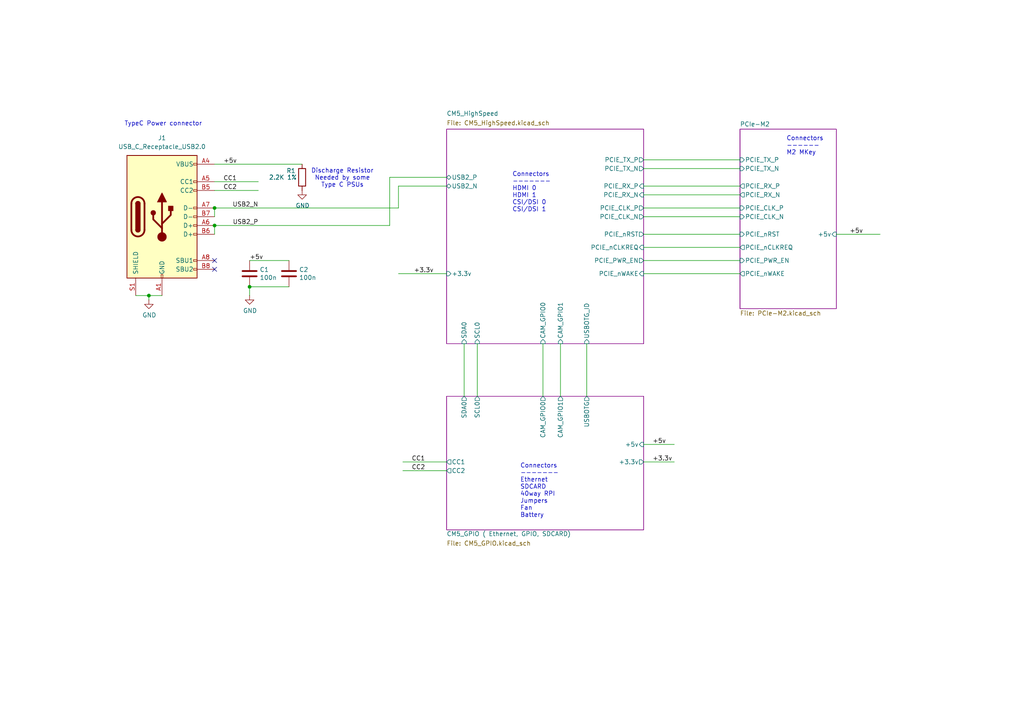
<source format=kicad_sch>
(kicad_sch (version 20231120) (generator "eeschema") (generator_version "8.0")
  (paper "A4")
  (title_block (title "Blade Carrier Board") (date "2024-12-17") (rev "0.2") (company "RapidAnalysis") (comment 1 "Author: Asad Imran"))
  (lib_symbols
    (symbol "Connector:USB_C_Receptacle_USB2.0_16P" (pin_names (offset 1.016))
      (property "Reference" "J" (at 0 22.225 0))
      (property "Value" "USB_C_Receptacle_USB2.0_16P" (at 0 19.685 0))
      (symbol "USB_C_Receptacle_USB2.0_16P_0_0"
        (rectangle (start -0.254 -17.78) (end 0.254 -16.764))
        (rectangle (start 10.16 -14.986) (end 9.144 -15.494))
        (rectangle (start 10.16 -12.446) (end 9.144 -12.954))
        (rectangle (start 10.16 -4.826) (end 9.144 -5.334))
        (rectangle (start 10.16 -2.286) (end 9.144 -2.794))
        (rectangle (start 10.16 0.254) (end 9.144 -0.254))
        (rectangle (start 10.16 2.794) (end 9.144 2.286))
        (rectangle (start 10.16 7.874) (end 9.144 7.366))
        (rectangle (start 10.16 10.414) (end 9.144 9.906))
        (rectangle (start 10.16 15.494) (end 9.144 14.986))
      )
      (symbol "USB_C_Receptacle_USB2.0_16P_0_1"
        (rectangle (start -10.16 17.78) (end 10.16 -17.78) (stroke (width 0.254)) (fill (type background)))
        (arc (start -8.89 -3.81) (mid -6.985 -5.7067) (end -5.08 -3.81) (stroke (width 0.508)))
        (arc (start -7.62 -3.81) (mid -6.985 -4.4423) (end -6.35 -3.81) (stroke (width 0.254)))
        (arc (start -7.62 -3.81) (mid -6.985 -4.4423) (end -6.35 -3.81) (stroke (width 0.254)) (fill (type outline)))
        (rectangle (start -7.62 -3.81) (end -6.35 3.81) (stroke (width 0.254)) (fill (type outline)))
        (arc (start -6.35 3.81) (mid -6.985 4.4423) (end -7.62 3.81) (stroke (width 0.254)))
        (arc (start -6.35 3.81) (mid -6.985 4.4423) (end -7.62 3.81) (stroke (width 0.254)) (fill (type outline)))
        (arc (start -5.08 3.81) (mid -6.985 5.7067) (end -8.89 3.81) (stroke (width 0.508)))
        (circle (center -2.54 1.143) (radius 0.635) (stroke (width 0.254)) (fill (type outline)))
        (circle (center 0 -5.842) (radius 1.27) (fill (type outline)))
        (polyline (pts (xy -8.89 -3.81) (xy -8.89 3.81)) (stroke (width 0.508)))
        (polyline (pts (xy -5.08 3.81) (xy -5.08 -3.81)) (stroke (width 0.508)))
        (polyline (pts (xy 0 -5.842) (xy 0 4.318)) (stroke (width 0.508)))
        (polyline (pts (xy 0 -3.302) (xy -2.54 -0.762) (xy -2.54 0.508)) (stroke (width 0.508)))
        (polyline (pts (xy 0 -2.032) (xy 2.54 0.508) (xy 2.54 1.778)) (stroke (width 0.508)))
        (polyline (pts (xy -1.27 4.318) (xy 0 6.858) (xy 1.27 4.318) (xy -1.27 4.318)) (stroke (width 0.254)) (fill (type outline)))
        (rectangle (start 1.905 1.778) (end 3.175 3.048) (stroke (width 0.254)) (fill (type outline)))
      )
      (symbol "USB_C_Receptacle_USB2.0_16P_1_1"
        (pin passive line (at 0 -22.86 90) (length 5.08) (name "GND") (number "A1"))
        (pin passive line (at 0 -22.86 90) (length 5.08) hide (name "GND") (number "A12"))
        (pin passive line (at 15.24 15.24 180) (length 5.08) (name "VBUS") (number "A4"))
        (pin bidirectional line (at 15.24 10.16 180) (length 5.08) (name "CC1") (number "A5"))
        (pin bidirectional line (at 15.24 -2.54 180) (length 5.08) (name "D+") (number "A6"))
        (pin bidirectional line (at 15.24 2.54 180) (length 5.08) (name "D-") (number "A7"))
        (pin bidirectional line (at 15.24 -12.7 180) (length 5.08) (name "SBU1") (number "A8"))
        (pin passive line (at 15.24 15.24 180) (length 5.08) hide (name "VBUS") (number "A9"))
        (pin passive line (at 0 -22.86 90) (length 5.08) hide (name "GND") (number "B1"))
        (pin passive line (at 0 -22.86 90) (length 5.08) hide (name "GND") (number "B12"))
        (pin passive line (at 15.24 15.24 180) (length 5.08) hide (name "VBUS") (number "B4"))
        (pin bidirectional line (at 15.24 7.62 180) (length 5.08) (name "CC2") (number "B5"))
        (pin bidirectional line (at 15.24 -5.08 180) (length 5.08) (name "D+") (number "B6"))
        (pin bidirectional line (at 15.24 0 180) (length 5.08) (name "D-") (number "B7"))
        (pin bidirectional line (at 15.24 -15.24 180) (length 5.08) (name "SBU2") (number "B8"))
        (pin passive line (at 15.24 15.24 180) (length 5.08) hide (name "VBUS") (number "B9"))
        (pin passive line (at -7.62 -22.86 90) (length 5.08) (name "SHIELD") (number "S1"))
      )
    )
    (symbol "Device:C" (pin_numbers hide) (pin_names (offset 0.254))
      (property "Reference" "C" (at 0.635 2.54 0))
      (property "Value" "C" (at 0.635 -2.54 0))
      (symbol "C_0_1"
        (polyline (pts (xy -2.032 -0.762) (xy 2.032 -0.762)) (stroke (width 0.508)))
        (polyline (pts (xy -2.032 0.762) (xy 2.032 0.762)) (stroke (width 0.508)))
      )
      (symbol "C_1_1"
        (pin passive line (at 0 3.81 270) (length 2.794) (name "~") (number "1"))
        (pin passive line (at 0 -3.81 90) (length 2.794) (name "~") (number "2"))
      )
    )
    (symbol "Device:R" (pin_numbers hide) (pin_names (offset 0))
      (property "Reference" "R" (at 2.032 0 90))
      (property "Value" "R" (at 0 0 90))
      (symbol "R_0_1"
        (rectangle (start -1.016 -2.54) (end 1.016 2.54) (stroke (width 0.254)))
      )
      (symbol "R_1_1"
        (pin passive line (at 0 3.81 270) (length 1.27) (name "~") (number "1"))
        (pin passive line (at 0 -3.81 90) (length 1.27) (name "~") (number "2"))
      )
    )
    (symbol "power:GND" (power) (pin_numbers hide) (pin_names (offset 0) hide)
      (property "Value" "GND" (at 0 -3.81 0))
      (symbol "GND_0_1"
        (polyline (pts (xy 0 0) (xy 0 -1.27) (xy 1.27 -1.27) (xy 0 -2.54) (xy -1.27 -1.27) (xy 0 -1.27)))
      )
      (symbol "GND_1_1"
        (pin power_in line (at 0 0 270) (length 0) (name "~") (number "1"))
      )
    )
  )
  (junction (at 62.23 65.405))
  (junction (at 43.18 85.725))
  (junction (at 72.39 83.185))
  (junction (at 62.23 60.325))
  (no_connect (at 62.23 78.105))
  (no_connect (at 62.23 75.565))
  (wire (pts (xy 62.23 55.245) (xy 74.93 55.245)))
  (wire (pts (xy 186.69 48.895) (xy 214.63 48.895)))
  (wire (pts (xy 62.23 65.405) (xy 113.03 65.405)))
  (wire (pts (xy 186.69 46.355) (xy 214.63 46.355)))
  (wire (pts (xy 170.18 99.695) (xy 170.18 114.935)))
  (wire (pts (xy 116.84 133.985) (xy 129.54 133.985)))
  (wire (pts (xy 62.23 47.625) (xy 87.63 47.625)))
  (wire (pts (xy 113.03 51.435) (xy 113.03 65.405)))
  (wire (pts (xy 186.69 67.945) (xy 214.63 67.945)))
  (wire (pts (xy 186.69 56.515) (xy 214.63 56.515)))
  (wire (pts (xy 115.57 79.375) (xy 129.54 79.375)))
  (wire (pts (xy 72.39 83.185) (xy 83.82 83.185)))
  (wire (pts (xy 43.18 85.725) (xy 46.99 85.725)))
  (wire (pts (xy 186.69 62.865) (xy 214.63 62.865)))
  (wire (pts (xy 43.18 86.995) (xy 43.18 85.725)))
  (wire (pts (xy 186.69 133.985) (xy 195.58 133.985)))
  (wire (pts (xy 186.69 75.565) (xy 214.63 75.565)))
  (wire (pts (xy 62.23 60.325) (xy 62.23 62.865)))
  (wire (pts (xy 186.69 71.755) (xy 214.63 71.755)))
  (wire (pts (xy 115.57 53.975) (xy 129.54 53.975)))
  (wire (pts (xy 162.56 99.695) (xy 162.56 114.935)))
  (wire (pts (xy 186.69 60.325) (xy 214.63 60.325)))
  (wire (pts (xy 186.69 53.975) (xy 214.63 53.975)))
  (wire (pts (xy 134.62 99.695) (xy 134.62 114.935)))
  (wire (pts (xy 115.57 60.325) (xy 115.57 53.975)))
  (wire (pts (xy 242.57 67.945) (xy 255.27 67.945)))
  (wire (pts (xy 113.03 51.435) (xy 129.54 51.435)))
  (wire (pts (xy 62.23 60.325) (xy 115.57 60.325)))
  (wire (pts (xy 116.84 136.525) (xy 129.54 136.525)))
  (wire (pts (xy 157.48 99.695) (xy 157.48 114.935)))
  (wire (pts (xy 186.69 79.375) (xy 214.63 79.375)))
  (wire (pts (xy 72.39 83.185) (xy 72.39 85.725)))
  (wire (pts (xy 186.69 128.905) (xy 195.58 128.905)))
  (wire (pts (xy 39.37 85.725) (xy 43.18 85.725)))
  (wire (pts (xy 72.39 75.565) (xy 83.82 75.565)))
  (wire (pts (xy 138.43 99.695) (xy 138.43 114.935)))
  (wire (pts (xy 62.23 65.405) (xy 62.23 67.945)))
  (wire (pts (xy 62.23 52.705) (xy 74.93 52.705)))
  (text "TypeC Power connector" (at 36.068 36.703 0) (effects (font (size 1.27 1.27)) (justify left bottom)))
  (text "Connectors\n-------\nEthernet\nSDCARD\n40way RPI\nJumpers\nFan\nBattery" (at 150.876 150.241 0) (effects (font (size 1.27 1.27)) (justify left bottom)))
  (text "Connectors\n------\nM2 MKey" (at 228.092 45.085 0) (effects (font (size 1.27 1.27)) (justify left bottom)))
  (text "Discharge Resistor\nNeeded by some\nType C PSUs" (at 99.314 51.689 0) (effects (font (size 1.27 1.27))))
  (text "Connectors\n-------\nHDMI 0\nHDMI 1\nCSI/DSI 0\nCSI/DSI 1" (at 148.59 61.595 0) (effects (font (size 1.27 1.27)) (justify left bottom)))
  (label "CC1" (at 64.77 52.705 0))
  (label "+3.3v" (at 189.23 133.985 0))
  (label "+3.3v" (at 120.015 79.375 0))
  (label "+5v" (at 64.77 47.625 0))
  (label "+5v" (at 189.23 128.905 0))
  (label "USB2_N" (at 74.93 60.325 180))
  (label "CC1" (at 119.38 133.985 0))
  (label "CC2" (at 119.38 136.525 0))
  (label "USB2_P" (at 74.93 65.405 180))
  (label "CC2" (at 64.77 55.245 0))
  (label "+5v" (at 246.38 67.945 0))
  (label "+5v" (at 72.39 75.565 0))
  (symbol (lib_id "power:GND") (at 87.63 55.245 0) (unit 1)
    (property "Reference" "#PWR01" (effects (hide yes)))
    (property "Value" "GND" (at 87.757 59.6392 0))
    (property "Description" "Power symbol creates a global label with name \"GND\" , ground" (effects (hide yes)))
  )
  (symbol (lib_id "Device:C") (at 83.82 79.375 0) (unit 1)
    (property "Reference" "C2" (at 86.741 78.2066 0) (effects (justify left)))
    (property "Value" "100n" (at 86.741 80.518 0) (effects (justify left)))
    (property "Footprint" "Capacitor_SMD:C_0402_1005Metric" (effects (hide yes)))
    (property "Datasheet" "https://search.murata.co.jp/Ceramy/image/img/A01X/G101/ENG/GRM155R71C104KA88-01.pdf" (effects (hide yes)))
    (property "Field4" "Farnell" (effects (hide yes)))
    (property "Field5" "2611911" (effects (hide yes)))
    (property "Field6" "RM EMK105 B7104KV-F" (effects (hide yes)))
    (property "Field7" "TAIYO YUDEN EUROPE GMBH" (effects (hide yes)))
    (property "Field8" "110091611" (effects (hide yes)))
    (property "Part Description" "	0.1uF 10% 16V Ceramic Capacitor X7R 0402 (1005 Metric)" (effects (hide yes)))
  )
  (symbol (lib_id "Connector:USB_C_Receptacle_USB2.0_16P") (at 46.99 62.865 0) (unit 1)
    (property "Reference" "J1" (at 46.99 40.005 0))
    (property "Value" "USB_C_Receptacle_USB2.0" (at 46.99 42.545 0))
    (property "Footprint" "Connector_USB:USB_C_Receptacle_GCT_USB4105-xx-A_16P_TopMnt_Horizontal" (effects (hide yes)))
    (property "Datasheet" "https://www.usb.org/sites/default/files/documents/usb_type-c.zip" (effects (hide yes)))
    (property "Field5" "USBF31-0171" (effects (hide yes)))
    (property "Field6" "USBF31-0171" (effects (hide yes)))
    (property "Field7" "MTCONN" (effects (hide yes)))
    (property "Part Description" "USBC USB2 data and power connector" (effects (hide yes)))
  )
  (symbol (lib_id "Device:C") (at 72.39 79.375 0) (unit 1)
    (property "Reference" "C1" (at 75.311 78.2066 0) (effects (justify left)))
    (property "Value" "100n" (at 75.311 80.518 0) (effects (justify left)))
    (property "Footprint" "Capacitor_SMD:C_0402_1005Metric" (effects (hide yes)))
    (property "Datasheet" "https://search.murata.co.jp/Ceramy/image/img/A01X/G101/ENG/GRM155R71C104KA88-01.pdf" (effects (hide yes)))
    (property "Field4" "Farnell" (effects (hide yes)))
    (property "Field5" "2611911" (effects (hide yes)))
    (property "Field6" "RM EMK105 B7104KV-F" (effects (hide yes)))
    (property "Field7" "TAIYO YUDEN EUROPE GMBH" (effects (hide yes)))
    (property "Field8" "110091611" (effects (hide yes)))
    (property "Part Description" "	0.1uF 10% 16V Ceramic Capacitor X7R 0402 (1005 Metric)" (effects (hide yes)))
  )
  (symbol (lib_id "power:GND") (at 72.39 85.725 0) (unit 1)
    (property "Reference" "#PWR02" (effects (hide yes)))
    (property "Value" "GND" (at 72.517 90.1192 0))
    (property "Description" "Power symbol creates a global label with name \"GND\" , ground" (effects (hide yes)))
  )
  (symbol (lib_id "Device:R") (at 87.63 51.435 0) (unit 1)
    (property "Reference" "R1" (at 83.058 49.53 0) (effects (justify left)))
    (property "Value" "2.2K 1%" (at 77.978 51.435 0) (effects (justify left)))
    (property "Footprint" "Resistor_SMD:R_0402_1005Metric" (effects (hide yes)))
    (property "Datasheet" "https://fscdn.rohm.com/en/products/databook/datasheet/passive/resistor/chip_resistor/mcr-e.pdf" (effects (hide yes)))
    (property "Field4" "Farnell" (effects (hide yes)))
    (property "Part Description" "Resistor 2.2K M1005 1% 63mW" (effects (hide yes)))
  )
  (symbol (lib_id "power:GND") (at 43.18 86.995 0) (unit 1)
    (property "Reference" "#PWR03" (effects (hide yes)))
    (property "Value" "GND" (at 43.307 91.3892 0))
    (property "Description" "Power symbol creates a global label with name \"GND\" , ground" (effects (hide yes)))
  )
  (sheet (at 129.54 114.935) (size 57.15 38.735) (stroke (width 0.1524) (color 132 0 132 1)) (fill (color 255 255 255 0.0000))
    (property "Sheetname" "CM5_GPIO ( Ethernet, GPIO, SDCARD)" (at 129.54 155.575 0) (effects (justify left bottom)))
    (property "Sheetfile" "CM5_GPIO.kicad_sch" (at 129.54 156.845 0) (effects (justify left top)))
    (pin "SCL0" output (at 138.43 114.935 90))
    (pin "SDA0" output (at 134.62 114.935 90))
    (pin "+5v" input (at 186.69 128.905 0))
    (pin "+3.3v" output (at 186.69 133.985 0))
    (pin "CAM_GPIO0" output (at 157.48 114.935 90))
    (pin "CAM_GPIO1" output (at 162.56 114.935 90))
    (pin "CC1" output (at 129.54 133.985 180))
    (pin "USBOTG" output (at 170.18 114.935 90))
    (pin "CC2" output (at 129.54 136.525 180))
  )
  (sheet (at 214.63 37.465) (size 27.94 52.07) (stroke (width 0.152) (color 132 0 132 1)) (fill (color 255 255 255 0.0000))
    (property "Sheetname" "PCIe-M2" (at 214.63 36.7536 0) (effects (justify left bottom)))
    (property "Sheetfile" "PCIe-M2.kicad_sch" (at 214.63 90.1194 0) (effects (justify left top)))
    (pin "PCIE_CLK_P" input (at 214.63 60.325 180))
    (pin "PCIE_CLK_N" input (at 214.63 62.865 180))
    (pin "PCIE_TX_P" input (at 214.63 46.355 180))
    (pin "PCIE_TX_N" input (at 214.63 48.895 180))
    (pin "PCIE_nCLKREQ" output (at 214.63 71.755 180))
    (pin "PCIE_nRST" input (at 214.63 67.945 180))
    (pin "PCIE_RX_P" output (at 214.63 53.975 180))
    (pin "PCIE_RX_N" output (at 214.63 56.515 180))
    (pin "+5v" input (at 242.57 67.945 0))
    (pin "PCIE_PWR_EN" input (at 214.63 75.565 180))
    (pin "PCIE_nWAKE" output (at 214.63 79.375 180))
  )
  (sheet (at 129.54 37.465) (size 57.15 62.23) (stroke (width 0.1524) (color 132 0 132 1)) (fill (color 255 255 255 0.0000))
    (property "Sheetname" "CM5_HighSpeed" (at 129.54 33.655 0) (effects (justify left bottom)))
    (property "Sheetfile" "CM5_HighSpeed.kicad_sch" (at 129.54 34.925 0) (effects (justify left top)))
    (pin "USB2_N" bidirectional (at 129.54 53.975 180))
    (pin "USB2_P" bidirectional (at 129.54 51.435 180))
    (pin "SCL0" input (at 138.43 99.695 270))
    (pin "SDA0" input (at 134.62 99.695 270))
    (pin "PCIE_CLK_P" output (at 186.69 60.325 0))
    (pin "PCIE_CLK_N" output (at 186.69 62.865 0))
    (pin "PCIE_TX_P" output (at 186.69 46.355 0))
    (pin "PCIE_TX_N" output (at 186.69 48.895 0))
    (pin "PCIE_nRST" output (at 186.69 67.945 0))
    (pin "PCIE_RX_P" input (at 186.69 53.975 0))
    (pin "PCIE_RX_N" input (at 186.69 56.515 0))
    (pin "PCIE_nCLKREQ" input (at 186.69 71.755 0))
    (pin "+3.3v" input (at 129.54 79.375 180))
    (pin "USBOTG_ID" input (at 170.18 99.695 270))
    (pin "PCIE_PWR_EN" output (at 186.69 75.565 0))
    (pin "PCIE_nWAKE" input (at 186.69 79.375 0))
    (pin "CAM_GPIO0" input (at 157.48 99.695 270))
    (pin "CAM_GPIO1" input (at 162.56 99.695 270))
  )
)
</source>
